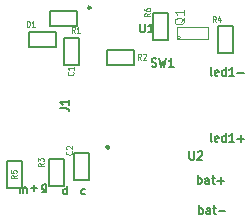
<source format=gto>
G04 (created by PCBNEW (2013-07-07 BZR 4022)-stable) date 10/23/2013 11:40:07 AM*
%MOIN*%
G04 Gerber Fmt 3.4, Leading zero omitted, Abs format*
%FSLAX34Y34*%
G01*
G70*
G90*
G04 APERTURE LIST*
%ADD10C,0.00590551*%
%ADD11C,0.005*%
%ADD12C,0.0031*%
%ADD13C,0.01*%
%ADD14C,0.0045*%
%ADD15C,0.00688976*%
%ADD16C,0.0047*%
%ADD17C,0.012*%
G04 APERTURE END LIST*
G54D10*
G54D11*
X56050Y-37650D02*
X56050Y-36750D01*
X56050Y-36750D02*
X56550Y-36750D01*
X56550Y-36750D02*
X56550Y-37650D01*
X56550Y-37650D02*
X56050Y-37650D01*
X56400Y-41500D02*
X56400Y-40600D01*
X56400Y-40600D02*
X56900Y-40600D01*
X56900Y-40600D02*
X56900Y-41500D01*
X56900Y-41500D02*
X56400Y-41500D01*
X54900Y-36550D02*
X55800Y-36550D01*
X55800Y-36550D02*
X55800Y-37050D01*
X55800Y-37050D02*
X54900Y-37050D01*
X54900Y-37050D02*
X54900Y-36550D01*
G54D12*
X59949Y-36738D02*
G75*
G03X59949Y-36738I-62J0D01*
G74*
G01*
X60850Y-36400D02*
X60850Y-36800D01*
X59825Y-36400D02*
X59825Y-36800D01*
X60850Y-36800D02*
X59825Y-36800D01*
X59825Y-36400D02*
X60850Y-36400D01*
G54D11*
X55600Y-35850D02*
X56500Y-35850D01*
X56500Y-35850D02*
X56500Y-36350D01*
X56500Y-36350D02*
X55600Y-36350D01*
X55600Y-36350D02*
X55600Y-35850D01*
X58400Y-37650D02*
X57500Y-37650D01*
X57500Y-37650D02*
X57500Y-37150D01*
X57500Y-37150D02*
X58400Y-37150D01*
X58400Y-37150D02*
X58400Y-37650D01*
X55550Y-41700D02*
X55550Y-40800D01*
X55550Y-40800D02*
X56050Y-40800D01*
X56050Y-40800D02*
X56050Y-41700D01*
X56050Y-41700D02*
X55550Y-41700D01*
X61200Y-37250D02*
X61200Y-36350D01*
X61200Y-36350D02*
X61700Y-36350D01*
X61700Y-36350D02*
X61700Y-37250D01*
X61700Y-37250D02*
X61200Y-37250D01*
G54D13*
X56942Y-35746D02*
G75*
G03X56942Y-35746I-39J0D01*
G74*
G01*
G54D11*
X54150Y-41750D02*
X54150Y-40850D01*
X54150Y-40850D02*
X54650Y-40850D01*
X54650Y-40850D02*
X54650Y-41750D01*
X54650Y-41750D02*
X54150Y-41750D01*
X59025Y-36825D02*
X59025Y-35925D01*
X59025Y-35925D02*
X59525Y-35925D01*
X59525Y-35925D02*
X59525Y-36825D01*
X59525Y-36825D02*
X59025Y-36825D01*
G54D14*
X56361Y-37880D02*
X56371Y-37888D01*
X56380Y-37914D01*
X56380Y-37931D01*
X56371Y-37957D01*
X56352Y-37974D01*
X56333Y-37982D01*
X56295Y-37991D01*
X56266Y-37991D01*
X56228Y-37982D01*
X56209Y-37974D01*
X56190Y-37957D01*
X56180Y-37931D01*
X56180Y-37914D01*
X56190Y-37888D01*
X56200Y-37880D01*
X56380Y-37708D02*
X56380Y-37811D01*
X56380Y-37760D02*
X56180Y-37760D01*
X56209Y-37777D01*
X56228Y-37794D01*
X56238Y-37811D01*
X56311Y-40530D02*
X56321Y-40538D01*
X56330Y-40564D01*
X56330Y-40581D01*
X56321Y-40607D01*
X56302Y-40624D01*
X56283Y-40632D01*
X56245Y-40641D01*
X56216Y-40641D01*
X56178Y-40632D01*
X56159Y-40624D01*
X56140Y-40607D01*
X56130Y-40581D01*
X56130Y-40564D01*
X56140Y-40538D01*
X56150Y-40530D01*
X56150Y-40461D02*
X56140Y-40452D01*
X56130Y-40435D01*
X56130Y-40392D01*
X56140Y-40375D01*
X56150Y-40367D01*
X56169Y-40358D01*
X56188Y-40358D01*
X56216Y-40367D01*
X56330Y-40470D01*
X56330Y-40358D01*
X54817Y-36380D02*
X54817Y-36180D01*
X54860Y-36180D01*
X54885Y-36190D01*
X54902Y-36209D01*
X54911Y-36228D01*
X54920Y-36266D01*
X54920Y-36295D01*
X54911Y-36333D01*
X54902Y-36352D01*
X54885Y-36371D01*
X54860Y-36380D01*
X54817Y-36380D01*
X55091Y-36380D02*
X54988Y-36380D01*
X55040Y-36380D02*
X55040Y-36180D01*
X55022Y-36209D01*
X55005Y-36228D01*
X54988Y-36238D01*
G54D15*
X60516Y-41611D02*
X60516Y-41335D01*
X60516Y-41440D02*
X60543Y-41427D01*
X60595Y-41427D01*
X60621Y-41440D01*
X60635Y-41454D01*
X60648Y-41480D01*
X60648Y-41559D01*
X60635Y-41585D01*
X60621Y-41598D01*
X60595Y-41611D01*
X60543Y-41611D01*
X60516Y-41598D01*
X60884Y-41611D02*
X60884Y-41467D01*
X60871Y-41440D01*
X60845Y-41427D01*
X60792Y-41427D01*
X60766Y-41440D01*
X60884Y-41598D02*
X60858Y-41611D01*
X60792Y-41611D01*
X60766Y-41598D01*
X60753Y-41572D01*
X60753Y-41545D01*
X60766Y-41519D01*
X60792Y-41506D01*
X60858Y-41506D01*
X60884Y-41493D01*
X60976Y-41427D02*
X61081Y-41427D01*
X61015Y-41335D02*
X61015Y-41572D01*
X61028Y-41598D01*
X61054Y-41611D01*
X61081Y-41611D01*
X61173Y-41506D02*
X61383Y-41506D01*
X61278Y-41611D02*
X61278Y-41401D01*
X60566Y-42611D02*
X60566Y-42335D01*
X60566Y-42440D02*
X60593Y-42427D01*
X60645Y-42427D01*
X60671Y-42440D01*
X60685Y-42454D01*
X60698Y-42480D01*
X60698Y-42559D01*
X60685Y-42585D01*
X60671Y-42598D01*
X60645Y-42611D01*
X60593Y-42611D01*
X60566Y-42598D01*
X60934Y-42611D02*
X60934Y-42467D01*
X60921Y-42440D01*
X60895Y-42427D01*
X60842Y-42427D01*
X60816Y-42440D01*
X60934Y-42598D02*
X60908Y-42611D01*
X60842Y-42611D01*
X60816Y-42598D01*
X60803Y-42572D01*
X60803Y-42545D01*
X60816Y-42519D01*
X60842Y-42506D01*
X60908Y-42506D01*
X60934Y-42493D01*
X61026Y-42427D02*
X61131Y-42427D01*
X61065Y-42335D02*
X61065Y-42572D01*
X61078Y-42598D01*
X61104Y-42611D01*
X61131Y-42611D01*
X61223Y-42506D02*
X61433Y-42506D01*
X60988Y-38011D02*
X60961Y-37998D01*
X60948Y-37972D01*
X60948Y-37735D01*
X61198Y-37998D02*
X61171Y-38011D01*
X61119Y-38011D01*
X61093Y-37998D01*
X61080Y-37972D01*
X61080Y-37867D01*
X61093Y-37840D01*
X61119Y-37827D01*
X61171Y-37827D01*
X61198Y-37840D01*
X61211Y-37867D01*
X61211Y-37893D01*
X61080Y-37919D01*
X61447Y-38011D02*
X61447Y-37735D01*
X61447Y-37998D02*
X61421Y-38011D01*
X61368Y-38011D01*
X61342Y-37998D01*
X61329Y-37985D01*
X61316Y-37959D01*
X61316Y-37880D01*
X61329Y-37854D01*
X61342Y-37840D01*
X61368Y-37827D01*
X61421Y-37827D01*
X61447Y-37840D01*
X61723Y-38011D02*
X61565Y-38011D01*
X61644Y-38011D02*
X61644Y-37735D01*
X61618Y-37775D01*
X61591Y-37801D01*
X61565Y-37814D01*
X61841Y-37906D02*
X62051Y-37906D01*
X60988Y-40211D02*
X60961Y-40198D01*
X60948Y-40172D01*
X60948Y-39935D01*
X61198Y-40198D02*
X61171Y-40211D01*
X61119Y-40211D01*
X61093Y-40198D01*
X61080Y-40172D01*
X61080Y-40067D01*
X61093Y-40040D01*
X61119Y-40027D01*
X61171Y-40027D01*
X61198Y-40040D01*
X61211Y-40067D01*
X61211Y-40093D01*
X61080Y-40119D01*
X61447Y-40211D02*
X61447Y-39935D01*
X61447Y-40198D02*
X61421Y-40211D01*
X61368Y-40211D01*
X61342Y-40198D01*
X61329Y-40185D01*
X61316Y-40159D01*
X61316Y-40080D01*
X61329Y-40054D01*
X61342Y-40040D01*
X61368Y-40027D01*
X61421Y-40027D01*
X61447Y-40040D01*
X61723Y-40211D02*
X61565Y-40211D01*
X61644Y-40211D02*
X61644Y-39935D01*
X61618Y-39975D01*
X61591Y-40001D01*
X61565Y-40014D01*
X61841Y-40106D02*
X62051Y-40106D01*
X61946Y-40211D02*
X61946Y-40001D01*
G54D16*
X60075Y-36078D02*
X60060Y-36107D01*
X60032Y-36135D01*
X59989Y-36178D01*
X59975Y-36207D01*
X59975Y-36235D01*
X60046Y-36221D02*
X60032Y-36250D01*
X60003Y-36278D01*
X59946Y-36292D01*
X59846Y-36292D01*
X59789Y-36278D01*
X59760Y-36250D01*
X59746Y-36221D01*
X59746Y-36164D01*
X59760Y-36135D01*
X59789Y-36107D01*
X59846Y-36092D01*
X59946Y-36092D01*
X60003Y-36107D01*
X60032Y-36135D01*
X60046Y-36164D01*
X60046Y-36221D01*
X60046Y-35807D02*
X60046Y-35978D01*
X60046Y-35892D02*
X59746Y-35892D01*
X59789Y-35921D01*
X59817Y-35950D01*
X59832Y-35978D01*
G54D14*
X56420Y-36580D02*
X56360Y-36485D01*
X56317Y-36580D02*
X56317Y-36380D01*
X56385Y-36380D01*
X56402Y-36390D01*
X56411Y-36400D01*
X56420Y-36419D01*
X56420Y-36447D01*
X56411Y-36466D01*
X56402Y-36476D01*
X56385Y-36485D01*
X56317Y-36485D01*
X56591Y-36580D02*
X56488Y-36580D01*
X56540Y-36580D02*
X56540Y-36380D01*
X56522Y-36409D01*
X56505Y-36428D01*
X56488Y-36438D01*
X58620Y-37480D02*
X58560Y-37385D01*
X58517Y-37480D02*
X58517Y-37280D01*
X58585Y-37280D01*
X58602Y-37290D01*
X58611Y-37300D01*
X58620Y-37319D01*
X58620Y-37347D01*
X58611Y-37366D01*
X58602Y-37376D01*
X58585Y-37385D01*
X58517Y-37385D01*
X58688Y-37300D02*
X58697Y-37290D01*
X58714Y-37280D01*
X58757Y-37280D01*
X58774Y-37290D01*
X58782Y-37300D01*
X58791Y-37319D01*
X58791Y-37338D01*
X58782Y-37366D01*
X58680Y-37480D01*
X58791Y-37480D01*
X55380Y-40930D02*
X55285Y-40990D01*
X55380Y-41032D02*
X55180Y-41032D01*
X55180Y-40964D01*
X55190Y-40947D01*
X55200Y-40938D01*
X55219Y-40930D01*
X55247Y-40930D01*
X55266Y-40938D01*
X55276Y-40947D01*
X55285Y-40964D01*
X55285Y-41032D01*
X55180Y-40870D02*
X55180Y-40758D01*
X55257Y-40818D01*
X55257Y-40792D01*
X55266Y-40775D01*
X55276Y-40767D01*
X55295Y-40758D01*
X55342Y-40758D01*
X55361Y-40767D01*
X55371Y-40775D01*
X55380Y-40792D01*
X55380Y-40844D01*
X55371Y-40861D01*
X55361Y-40870D01*
X61120Y-36230D02*
X61060Y-36135D01*
X61017Y-36230D02*
X61017Y-36030D01*
X61085Y-36030D01*
X61102Y-36040D01*
X61111Y-36050D01*
X61120Y-36069D01*
X61120Y-36097D01*
X61111Y-36116D01*
X61102Y-36126D01*
X61085Y-36135D01*
X61017Y-36135D01*
X61274Y-36097D02*
X61274Y-36230D01*
X61231Y-36021D02*
X61188Y-36164D01*
X61300Y-36164D01*
G54D15*
X58982Y-37698D02*
X59021Y-37711D01*
X59087Y-37711D01*
X59113Y-37698D01*
X59126Y-37685D01*
X59140Y-37659D01*
X59140Y-37632D01*
X59126Y-37606D01*
X59113Y-37593D01*
X59087Y-37580D01*
X59035Y-37567D01*
X59008Y-37554D01*
X58995Y-37540D01*
X58982Y-37514D01*
X58982Y-37488D01*
X58995Y-37462D01*
X59008Y-37449D01*
X59035Y-37435D01*
X59100Y-37435D01*
X59140Y-37449D01*
X59231Y-37435D02*
X59297Y-37711D01*
X59350Y-37514D01*
X59402Y-37711D01*
X59468Y-37435D01*
X59717Y-37711D02*
X59559Y-37711D01*
X59638Y-37711D02*
X59638Y-37435D01*
X59612Y-37475D01*
X59586Y-37501D01*
X59559Y-37514D01*
X58590Y-36285D02*
X58590Y-36509D01*
X58603Y-36535D01*
X58616Y-36548D01*
X58642Y-36561D01*
X58695Y-36561D01*
X58721Y-36548D01*
X58734Y-36535D01*
X58747Y-36509D01*
X58747Y-36285D01*
X59023Y-36561D02*
X58865Y-36561D01*
X58944Y-36561D02*
X58944Y-36285D01*
X58918Y-36325D01*
X58891Y-36351D01*
X58865Y-36364D01*
X60240Y-40535D02*
X60240Y-40759D01*
X60253Y-40785D01*
X60266Y-40798D01*
X60292Y-40811D01*
X60345Y-40811D01*
X60371Y-40798D01*
X60384Y-40785D01*
X60397Y-40759D01*
X60397Y-40535D01*
X60515Y-40562D02*
X60528Y-40549D01*
X60554Y-40535D01*
X60620Y-40535D01*
X60646Y-40549D01*
X60659Y-40562D01*
X60673Y-40588D01*
X60673Y-40614D01*
X60659Y-40654D01*
X60502Y-40811D01*
X60673Y-40811D01*
G54D17*
X57485Y-40400D02*
X57514Y-40371D01*
X57542Y-40400D01*
X57514Y-40428D01*
X57485Y-40400D01*
X57542Y-40400D01*
G54D15*
X56765Y-41948D02*
X56739Y-41961D01*
X56686Y-41961D01*
X56660Y-41948D01*
X56647Y-41935D01*
X56634Y-41909D01*
X56634Y-41830D01*
X56647Y-41804D01*
X56660Y-41790D01*
X56686Y-41777D01*
X56739Y-41777D01*
X56765Y-41790D01*
X56159Y-41961D02*
X56159Y-41685D01*
X56159Y-41948D02*
X56132Y-41961D01*
X56080Y-41961D01*
X56054Y-41948D01*
X56040Y-41935D01*
X56027Y-41909D01*
X56027Y-41830D01*
X56040Y-41804D01*
X56054Y-41790D01*
X56080Y-41777D01*
X56132Y-41777D01*
X56159Y-41790D01*
X55459Y-41627D02*
X55459Y-41850D01*
X55445Y-41877D01*
X55432Y-41890D01*
X55406Y-41903D01*
X55367Y-41903D01*
X55340Y-41890D01*
X55459Y-41798D02*
X55432Y-41811D01*
X55380Y-41811D01*
X55354Y-41798D01*
X55340Y-41785D01*
X55327Y-41759D01*
X55327Y-41680D01*
X55340Y-41654D01*
X55354Y-41640D01*
X55380Y-41627D01*
X55432Y-41627D01*
X55459Y-41640D01*
X54945Y-41756D02*
X55154Y-41756D01*
X55050Y-41861D02*
X55050Y-41651D01*
X54581Y-41911D02*
X54581Y-41727D01*
X54581Y-41754D02*
X54595Y-41740D01*
X54621Y-41727D01*
X54660Y-41727D01*
X54686Y-41740D01*
X54700Y-41767D01*
X54700Y-41911D01*
X54700Y-41767D02*
X54713Y-41740D01*
X54739Y-41727D01*
X54778Y-41727D01*
X54804Y-41740D01*
X54818Y-41767D01*
X54818Y-41911D01*
X55935Y-39091D02*
X56132Y-39091D01*
X56172Y-39104D01*
X56198Y-39131D01*
X56211Y-39170D01*
X56211Y-39196D01*
X56211Y-38816D02*
X56211Y-38973D01*
X56211Y-38895D02*
X55935Y-38895D01*
X55975Y-38921D01*
X56001Y-38947D01*
X56014Y-38973D01*
G54D14*
X54480Y-41330D02*
X54385Y-41390D01*
X54480Y-41432D02*
X54280Y-41432D01*
X54280Y-41364D01*
X54290Y-41347D01*
X54300Y-41338D01*
X54319Y-41330D01*
X54347Y-41330D01*
X54366Y-41338D01*
X54376Y-41347D01*
X54385Y-41364D01*
X54385Y-41432D01*
X54280Y-41167D02*
X54280Y-41252D01*
X54376Y-41261D01*
X54366Y-41252D01*
X54357Y-41235D01*
X54357Y-41192D01*
X54366Y-41175D01*
X54376Y-41167D01*
X54395Y-41158D01*
X54442Y-41158D01*
X54461Y-41167D01*
X54471Y-41175D01*
X54480Y-41192D01*
X54480Y-41235D01*
X54471Y-41252D01*
X54461Y-41261D01*
X58930Y-35930D02*
X58835Y-35990D01*
X58930Y-36032D02*
X58730Y-36032D01*
X58730Y-35964D01*
X58740Y-35947D01*
X58750Y-35938D01*
X58769Y-35930D01*
X58797Y-35930D01*
X58816Y-35938D01*
X58826Y-35947D01*
X58835Y-35964D01*
X58835Y-36032D01*
X58730Y-35775D02*
X58730Y-35810D01*
X58740Y-35827D01*
X58750Y-35835D01*
X58778Y-35852D01*
X58816Y-35861D01*
X58892Y-35861D01*
X58911Y-35852D01*
X58921Y-35844D01*
X58930Y-35827D01*
X58930Y-35792D01*
X58921Y-35775D01*
X58911Y-35767D01*
X58892Y-35758D01*
X58845Y-35758D01*
X58826Y-35767D01*
X58816Y-35775D01*
X58807Y-35792D01*
X58807Y-35827D01*
X58816Y-35844D01*
X58826Y-35852D01*
X58845Y-35861D01*
M02*

</source>
